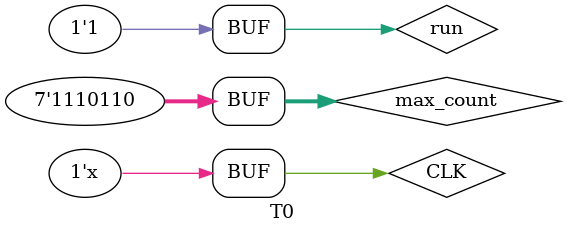
<source format=v>
`timescale 1ns / 1ps


module T0;

	// Inputs
	reg [6:0] max_count;
	reg CLK;
	reg run;

	// Outputs
	wire [3:0] digit_1;
	wire [3:0] digit_2;

	// Instantiate the Unit Under Test (UUT)
	bcd_count_7 uut (
		.max_count(max_count), 
		.CLK(CLK), 
		.run(run), 
		.digit_1(digit_1), 
		.digit_2(digit_2)
	);

	// Clock Generator
	always begin
		CLK = ~CLK;
		#5;
	end

	initial begin
		// Initialize Inputs
		max_count = 0;
		CLK = 0;
		run = 0;

		// Wait 100 ns for global reset to finish
		#100;
        
		CLK = 0;
		run = 0;
		max_count = 0;
		#100;
		// Set MAX to 73 while run=0
		max_count = 50;
		#10;
		// Wait, then set run to 1
		run = 1;
		#800;
		// Change MAX while run is 1 - should NOT affect the output;
		#850;
		// At this time, the output should be 73. Reset it to zero and give it the new max by setting run to 0
		
		//run = 0;
		#20
		run = 1;
		
		max_count = 51;
		#150
		// Count up to 15 by setting run to 1
		run = 0;
		#200;
		// Change max count to > 99
		max_count = 118;
		run = 1;
		#900
		
		#20
		run=1;

	end
      
endmodule


</source>
